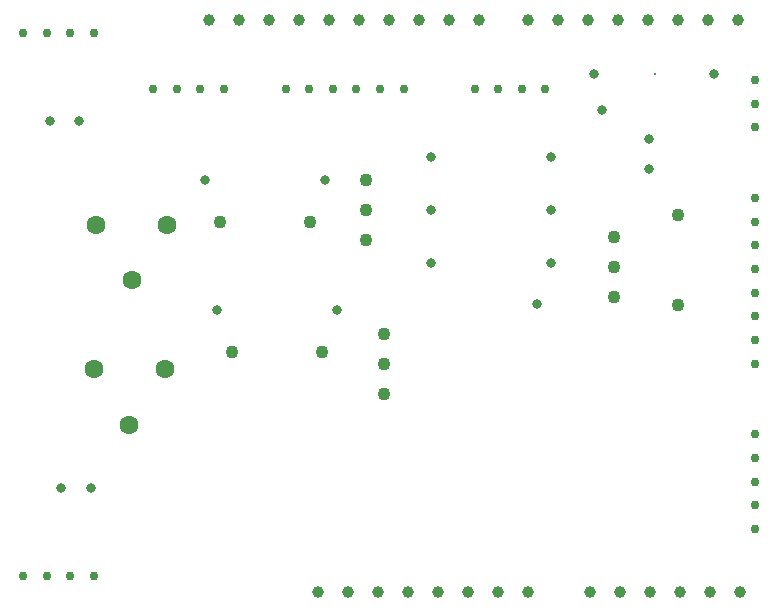
<source format=gbr>
%TF.GenerationSoftware,KiCad,Pcbnew,8.0.4*%
%TF.CreationDate,2024-09-29T14:54:32-07:00*%
%TF.ProjectId,PACE_PCB,50414345-5f50-4434-922e-6b696361645f,rev?*%
%TF.SameCoordinates,Original*%
%TF.FileFunction,Plated,1,2,PTH,Drill*%
%TF.FilePolarity,Positive*%
%FSLAX46Y46*%
G04 Gerber Fmt 4.6, Leading zero omitted, Abs format (unit mm)*
G04 Created by KiCad (PCBNEW 8.0.4) date 2024-09-29 14:54:32*
%MOMM*%
%LPD*%
G01*
G04 APERTURE LIST*
%TA.AperFunction,ViaDrill*%
%ADD10C,0.300000*%
%TD*%
%TA.AperFunction,ComponentDrill*%
%ADD11C,0.750000*%
%TD*%
%TA.AperFunction,ViaDrill*%
%ADD12C,0.800000*%
%TD*%
%TA.AperFunction,ComponentDrill*%
%ADD13C,0.800000*%
%TD*%
%TA.AperFunction,ComponentDrill*%
%ADD14C,1.000000*%
%TD*%
%TA.AperFunction,ComponentDrill*%
%ADD15C,1.100000*%
%TD*%
%TA.AperFunction,ComponentDrill*%
%ADD16C,1.600000*%
%TD*%
G04 APERTURE END LIST*
D10*
X156500000Y-54000000D03*
D11*
%TO.C,Pumps1*%
X103000000Y-50500000D03*
%TO.C,LCD1*%
X103000000Y-96500000D03*
%TO.C,Pumps1*%
X105000000Y-50500000D03*
%TO.C,LCD1*%
X105000000Y-96500000D03*
%TO.C,Pumps1*%
X107000000Y-50500000D03*
%TO.C,LCD1*%
X107000000Y-96500000D03*
%TO.C,Pumps1*%
X109000000Y-50500000D03*
%TO.C,LCD1*%
X109000000Y-96500000D03*
%TO.C,J1*%
X114000000Y-55250000D03*
X116000000Y-55250000D03*
X118000000Y-55250000D03*
X120000000Y-55250000D03*
%TO.C,SD1*%
X125238000Y-55262000D03*
X127238000Y-55262000D03*
X129238000Y-55262000D03*
X131238000Y-55262000D03*
X133238000Y-55262000D03*
X135238000Y-55262000D03*
%TO.C,OD1*%
X141238000Y-55262000D03*
X143238000Y-55262000D03*
X145238000Y-55262000D03*
X147238000Y-55262000D03*
%TO.C,LEDs1*%
X165000000Y-54500000D03*
X165000000Y-56500000D03*
X165000000Y-58500000D03*
%TO.C,StirMotors1*%
X165000000Y-64500000D03*
X165000000Y-66500000D03*
X165000000Y-68500000D03*
X165000000Y-70500000D03*
X165000000Y-72500000D03*
X165000000Y-74500000D03*
X165000000Y-76500000D03*
X165000000Y-78500000D03*
%TO.C,RotaryEncoder1*%
X165000000Y-84500000D03*
X165000000Y-86500000D03*
X165000000Y-88500000D03*
X165000000Y-90500000D03*
X165000000Y-92500000D03*
%TD*%
D12*
X146500000Y-73500000D03*
X152000000Y-57000000D03*
D13*
%TO.C,C1*%
X105250000Y-58000000D03*
%TO.C,C2*%
X106250000Y-89000000D03*
%TO.C,C1*%
X107750000Y-58000000D03*
%TO.C,C2*%
X108750000Y-89000000D03*
%TO.C,R2*%
X118420000Y-63000000D03*
%TO.C,R1*%
X119420000Y-74000000D03*
%TO.C,R2*%
X128580000Y-63000000D03*
%TO.C,R1*%
X129580000Y-74000000D03*
%TO.C,R5*%
X137585000Y-61000000D03*
%TO.C,R4*%
X137585000Y-65500000D03*
%TO.C,R3*%
X137585000Y-70000000D03*
%TO.C,R5*%
X147745000Y-61000000D03*
%TO.C,R4*%
X147745000Y-65500000D03*
%TO.C,R3*%
X147745000Y-70000000D03*
%TO.C,R6*%
X151340000Y-54000000D03*
%TO.C,C3*%
X156000000Y-59500000D03*
X156000000Y-62000000D03*
%TO.C,R6*%
X161500000Y-54000000D03*
D14*
%TO.C,PinsAREF-1*%
X118752000Y-49400000D03*
X121292000Y-49400000D03*
X123832000Y-49400000D03*
X126372000Y-49400000D03*
%TO.C,PinsIOREF-Vin1*%
X128020000Y-97800000D03*
%TO.C,PinsAREF-1*%
X128912000Y-49400000D03*
%TO.C,PinsIOREF-Vin1*%
X130560000Y-97800000D03*
%TO.C,PinsAREF-1*%
X131452000Y-49400000D03*
%TO.C,PinsIOREF-Vin1*%
X133100000Y-97800000D03*
%TO.C,PinsAREF-1*%
X133992000Y-49400000D03*
%TO.C,PinsIOREF-Vin1*%
X135640000Y-97800000D03*
%TO.C,PinsAREF-1*%
X136532000Y-49400000D03*
%TO.C,PinsIOREF-Vin1*%
X138180000Y-97800000D03*
%TO.C,PinsAREF-1*%
X139072000Y-49400000D03*
%TO.C,PinsIOREF-Vin1*%
X140720000Y-97800000D03*
%TO.C,PinsAREF-1*%
X141612000Y-49400000D03*
%TO.C,PinsIOREF-Vin1*%
X143260000Y-97800000D03*
%TO.C,Pins7-1*%
X145800000Y-49400000D03*
%TO.C,PinsIOREF-Vin1*%
X145800000Y-97800000D03*
%TO.C,Pins7-1*%
X148340000Y-49400000D03*
X150880000Y-49400000D03*
%TO.C,PinsA0-A1*%
X150980000Y-97800000D03*
%TO.C,Pins7-1*%
X153420000Y-49400000D03*
%TO.C,PinsA0-A1*%
X153520000Y-97800000D03*
%TO.C,Pins7-1*%
X155960000Y-49400000D03*
%TO.C,PinsA0-A1*%
X156060000Y-97800000D03*
%TO.C,Pins7-1*%
X158500000Y-49400000D03*
%TO.C,PinsA0-A1*%
X158600000Y-97800000D03*
%TO.C,Pins7-1*%
X161040000Y-49400000D03*
%TO.C,PinsA0-A1*%
X161140000Y-97800000D03*
%TO.C,Pins7-1*%
X163580000Y-49400000D03*
%TO.C,PinsA0-A1*%
X163680000Y-97800000D03*
D15*
%TO.C,D2*%
X119690000Y-66500000D03*
%TO.C,D1*%
X120690000Y-77500000D03*
%TO.C,D2*%
X127310000Y-66500000D03*
%TO.C,D1*%
X128310000Y-77500000D03*
%TO.C,Q2*%
X132055000Y-62960000D03*
X132055000Y-65500000D03*
X132055000Y-68040000D03*
%TO.C,Q1*%
X133555000Y-75960000D03*
X133555000Y-78500000D03*
X133555000Y-81040000D03*
%TO.C,Q3*%
X153000000Y-67750000D03*
X153000000Y-70290000D03*
X153000000Y-72830000D03*
%TO.C,D3*%
X158500000Y-65940000D03*
X158500000Y-73560000D03*
D16*
%TO.C,5V+1*%
X109000000Y-79000000D03*
%TO.C,12v+1*%
X109200000Y-66750000D03*
%TO.C,5V+1*%
X112000000Y-83700000D03*
%TO.C,12v+1*%
X112200000Y-71450000D03*
%TO.C,5V+1*%
X115000000Y-79000000D03*
%TO.C,12v+1*%
X115200000Y-66750000D03*
M02*

</source>
